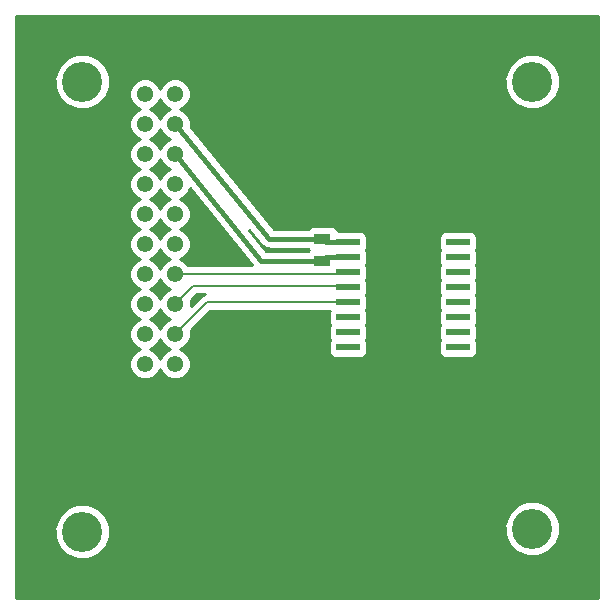
<source format=gtl>
%FSLAX34Y34*%
G04 Gerber Fmt 3.4, Leading zero omitted, Abs format*
G04 (created by PCBNEW (2013-04-01 BZR 4058)-product) date Tue 02 Sep 2014 09:50:09 AM PDT*
%MOIN*%
G01*
G70*
G90*
G04 APERTURE LIST*
%ADD10C,0.005906*%
%ADD11R,0.055000X0.035000*%
%ADD12C,0.054370*%
%ADD13R,0.078740X0.023622*%
%ADD14C,0.133900*%
%ADD15C,0.016000*%
%ADD16C,0.006000*%
%ADD17C,0.010000*%
G04 APERTURE END LIST*
G54D10*
G54D11*
X10500Y-7725D03*
X10500Y-8475D03*
G54D12*
X5600Y-11900D03*
X4600Y-11900D03*
X5600Y-10900D03*
X4600Y-10900D03*
X5600Y-9900D03*
X4600Y-9900D03*
X5600Y-8900D03*
X4600Y-8900D03*
X5600Y-7900D03*
X4600Y-7900D03*
X5600Y-6900D03*
X4600Y-6900D03*
X5600Y-5900D03*
X4600Y-5900D03*
X5600Y-4900D03*
X4600Y-4900D03*
X5600Y-3900D03*
X4600Y-3900D03*
X5600Y-2900D03*
X4600Y-2900D03*
G54D13*
X11369Y-9350D03*
X11369Y-8850D03*
X11369Y-8350D03*
X11369Y-7850D03*
X11369Y-9850D03*
X11369Y-10350D03*
X11369Y-10850D03*
X11369Y-11350D03*
X15030Y-11350D03*
X15030Y-10850D03*
X15030Y-10350D03*
X15030Y-9850D03*
X15030Y-9350D03*
X15030Y-8850D03*
X15030Y-8350D03*
X15030Y-7850D03*
G54D14*
X17500Y-2500D03*
X2500Y-2500D03*
X17500Y-17400D03*
X2500Y-17500D03*
G54D15*
X11369Y-8350D02*
X10625Y-8350D01*
X10500Y-8475D02*
X8475Y-8475D01*
X8475Y-8475D02*
X5600Y-4900D01*
X10625Y-8350D02*
X10500Y-8475D01*
X10625Y-8350D02*
X10500Y-8475D01*
X10500Y-7725D02*
X8725Y-7725D01*
X8725Y-7725D02*
X5600Y-3900D01*
X11369Y-7850D02*
X10625Y-7850D01*
X10625Y-7850D02*
X10500Y-7725D01*
G54D16*
X10500Y-7725D02*
X10525Y-7725D01*
X10525Y-7725D02*
X10650Y-7850D01*
X10625Y-7850D02*
X10500Y-7725D01*
X11369Y-9850D02*
X6650Y-9850D01*
X6650Y-9850D02*
X5600Y-10900D01*
X11319Y-9900D02*
X11369Y-9850D01*
X11319Y-9300D02*
X11369Y-9350D01*
X6200Y-9300D02*
X11319Y-9300D01*
X5600Y-9900D02*
X6200Y-9300D01*
X11319Y-8900D02*
X11369Y-8850D01*
X5600Y-8900D02*
X11319Y-8900D01*
G54D10*
G36*
X5443Y-3400D02*
X5304Y-3457D01*
X5157Y-3604D01*
X5099Y-3743D01*
X5042Y-3604D01*
X4895Y-3457D01*
X4756Y-3399D01*
X4895Y-3342D01*
X5042Y-3195D01*
X5100Y-3056D01*
X5157Y-3195D01*
X5304Y-3342D01*
X5443Y-3400D01*
X5443Y-3400D01*
G37*
G54D17*
X5443Y-3400D02*
X5304Y-3457D01*
X5157Y-3604D01*
X5099Y-3743D01*
X5042Y-3604D01*
X4895Y-3457D01*
X4756Y-3399D01*
X4895Y-3342D01*
X5042Y-3195D01*
X5100Y-3056D01*
X5157Y-3195D01*
X5304Y-3342D01*
X5443Y-3400D01*
G54D10*
G36*
X5443Y-4400D02*
X5304Y-4457D01*
X5157Y-4604D01*
X5099Y-4743D01*
X5042Y-4604D01*
X4895Y-4457D01*
X4756Y-4399D01*
X4895Y-4342D01*
X5042Y-4195D01*
X5100Y-4056D01*
X5157Y-4195D01*
X5304Y-4342D01*
X5443Y-4400D01*
X5443Y-4400D01*
G37*
G54D17*
X5443Y-4400D02*
X5304Y-4457D01*
X5157Y-4604D01*
X5099Y-4743D01*
X5042Y-4604D01*
X4895Y-4457D01*
X4756Y-4399D01*
X4895Y-4342D01*
X5042Y-4195D01*
X5100Y-4056D01*
X5157Y-4195D01*
X5304Y-4342D01*
X5443Y-4400D01*
G54D10*
G36*
X5443Y-5400D02*
X5304Y-5457D01*
X5157Y-5604D01*
X5099Y-5743D01*
X5042Y-5604D01*
X4895Y-5457D01*
X4756Y-5399D01*
X4895Y-5342D01*
X5042Y-5195D01*
X5100Y-5056D01*
X5157Y-5195D01*
X5304Y-5342D01*
X5443Y-5400D01*
X5443Y-5400D01*
G37*
G54D17*
X5443Y-5400D02*
X5304Y-5457D01*
X5157Y-5604D01*
X5099Y-5743D01*
X5042Y-5604D01*
X4895Y-5457D01*
X4756Y-5399D01*
X4895Y-5342D01*
X5042Y-5195D01*
X5100Y-5056D01*
X5157Y-5195D01*
X5304Y-5342D01*
X5443Y-5400D01*
G54D10*
G36*
X5443Y-6400D02*
X5304Y-6457D01*
X5157Y-6604D01*
X5099Y-6743D01*
X5042Y-6604D01*
X4895Y-6457D01*
X4756Y-6399D01*
X4895Y-6342D01*
X5042Y-6195D01*
X5100Y-6056D01*
X5157Y-6195D01*
X5304Y-6342D01*
X5443Y-6400D01*
X5443Y-6400D01*
G37*
G54D17*
X5443Y-6400D02*
X5304Y-6457D01*
X5157Y-6604D01*
X5099Y-6743D01*
X5042Y-6604D01*
X4895Y-6457D01*
X4756Y-6399D01*
X4895Y-6342D01*
X5042Y-6195D01*
X5100Y-6056D01*
X5157Y-6195D01*
X5304Y-6342D01*
X5443Y-6400D01*
G54D10*
G36*
X5443Y-7400D02*
X5304Y-7457D01*
X5157Y-7604D01*
X5099Y-7743D01*
X5042Y-7604D01*
X4895Y-7457D01*
X4756Y-7399D01*
X4895Y-7342D01*
X5042Y-7195D01*
X5100Y-7056D01*
X5157Y-7195D01*
X5304Y-7342D01*
X5443Y-7400D01*
X5443Y-7400D01*
G37*
G54D17*
X5443Y-7400D02*
X5304Y-7457D01*
X5157Y-7604D01*
X5099Y-7743D01*
X5042Y-7604D01*
X4895Y-7457D01*
X4756Y-7399D01*
X4895Y-7342D01*
X5042Y-7195D01*
X5100Y-7056D01*
X5157Y-7195D01*
X5304Y-7342D01*
X5443Y-7400D01*
G54D10*
G36*
X5443Y-8400D02*
X5304Y-8457D01*
X5157Y-8604D01*
X5099Y-8743D01*
X5042Y-8604D01*
X4895Y-8457D01*
X4756Y-8399D01*
X4895Y-8342D01*
X5042Y-8195D01*
X5100Y-8056D01*
X5157Y-8195D01*
X5304Y-8342D01*
X5443Y-8400D01*
X5443Y-8400D01*
G37*
G54D17*
X5443Y-8400D02*
X5304Y-8457D01*
X5157Y-8604D01*
X5099Y-8743D01*
X5042Y-8604D01*
X4895Y-8457D01*
X4756Y-8399D01*
X4895Y-8342D01*
X5042Y-8195D01*
X5100Y-8056D01*
X5157Y-8195D01*
X5304Y-8342D01*
X5443Y-8400D01*
G54D10*
G36*
X5443Y-9400D02*
X5304Y-9457D01*
X5157Y-9604D01*
X5099Y-9743D01*
X5042Y-9604D01*
X4895Y-9457D01*
X4756Y-9399D01*
X4895Y-9342D01*
X5042Y-9195D01*
X5100Y-9056D01*
X5157Y-9195D01*
X5304Y-9342D01*
X5443Y-9400D01*
X5443Y-9400D01*
G37*
G54D17*
X5443Y-9400D02*
X5304Y-9457D01*
X5157Y-9604D01*
X5099Y-9743D01*
X5042Y-9604D01*
X4895Y-9457D01*
X4756Y-9399D01*
X4895Y-9342D01*
X5042Y-9195D01*
X5100Y-9056D01*
X5157Y-9195D01*
X5304Y-9342D01*
X5443Y-9400D01*
G54D10*
G36*
X5443Y-10400D02*
X5304Y-10457D01*
X5157Y-10604D01*
X5099Y-10743D01*
X5042Y-10604D01*
X4895Y-10457D01*
X4756Y-10399D01*
X4895Y-10342D01*
X5042Y-10195D01*
X5100Y-10056D01*
X5157Y-10195D01*
X5304Y-10342D01*
X5443Y-10400D01*
X5443Y-10400D01*
G37*
G54D17*
X5443Y-10400D02*
X5304Y-10457D01*
X5157Y-10604D01*
X5099Y-10743D01*
X5042Y-10604D01*
X4895Y-10457D01*
X4756Y-10399D01*
X4895Y-10342D01*
X5042Y-10195D01*
X5100Y-10056D01*
X5157Y-10195D01*
X5304Y-10342D01*
X5443Y-10400D01*
G54D10*
G36*
X5443Y-11400D02*
X5304Y-11457D01*
X5157Y-11604D01*
X5099Y-11743D01*
X5042Y-11604D01*
X4895Y-11457D01*
X4756Y-11399D01*
X4895Y-11342D01*
X5042Y-11195D01*
X5100Y-11056D01*
X5157Y-11195D01*
X5304Y-11342D01*
X5443Y-11400D01*
X5443Y-11400D01*
G37*
G54D17*
X5443Y-11400D02*
X5304Y-11457D01*
X5157Y-11604D01*
X5099Y-11743D01*
X5042Y-11604D01*
X4895Y-11457D01*
X4756Y-11399D01*
X4895Y-11342D01*
X5042Y-11195D01*
X5100Y-11056D01*
X5157Y-11195D01*
X5304Y-11342D01*
X5443Y-11400D01*
G54D10*
G36*
X6599Y-9580D02*
X6542Y-9591D01*
X6452Y-9652D01*
X6121Y-9982D01*
X6121Y-9796D01*
X6115Y-9780D01*
X6315Y-9580D01*
X6599Y-9580D01*
X6599Y-9580D01*
G37*
G54D17*
X6599Y-9580D02*
X6542Y-9591D01*
X6452Y-9652D01*
X6121Y-9982D01*
X6121Y-9796D01*
X6115Y-9780D01*
X6315Y-9580D01*
X6599Y-9580D01*
G54D10*
G36*
X8168Y-8620D02*
X6048Y-8620D01*
X6042Y-8604D01*
X5895Y-8457D01*
X5756Y-8399D01*
X5895Y-8342D01*
X6042Y-8195D01*
X6121Y-8004D01*
X6121Y-7796D01*
X6042Y-7604D01*
X5895Y-7457D01*
X5756Y-7399D01*
X5895Y-7342D01*
X6042Y-7195D01*
X6121Y-7004D01*
X6121Y-6796D01*
X6042Y-6604D01*
X5895Y-6457D01*
X5756Y-6399D01*
X5895Y-6342D01*
X6042Y-6195D01*
X6102Y-6051D01*
X8168Y-8620D01*
X8168Y-8620D01*
G37*
G54D17*
X8168Y-8620D02*
X6048Y-8620D01*
X6042Y-8604D01*
X5895Y-8457D01*
X5756Y-8399D01*
X5895Y-8342D01*
X6042Y-8195D01*
X6121Y-8004D01*
X6121Y-7796D01*
X6042Y-7604D01*
X5895Y-7457D01*
X5756Y-7399D01*
X5895Y-7342D01*
X6042Y-7195D01*
X6121Y-7004D01*
X6121Y-6796D01*
X6042Y-6604D01*
X5895Y-6457D01*
X5756Y-6399D01*
X5895Y-6342D01*
X6042Y-6195D01*
X6102Y-6051D01*
X8168Y-8620D01*
G54D10*
G36*
X10071Y-8100D02*
X10026Y-8145D01*
X8633Y-8145D01*
X8072Y-7448D01*
X8469Y-7933D01*
X8482Y-7944D01*
X8491Y-7958D01*
X8531Y-7985D01*
X8568Y-8015D01*
X8584Y-8020D01*
X8598Y-8029D01*
X8645Y-8039D01*
X8691Y-8053D01*
X8708Y-8051D01*
X8725Y-8055D01*
X10026Y-8055D01*
X10071Y-8100D01*
X10071Y-8100D01*
G37*
G54D17*
X10071Y-8100D02*
X10026Y-8145D01*
X8633Y-8145D01*
X8072Y-7448D01*
X8469Y-7933D01*
X8482Y-7944D01*
X8491Y-7958D01*
X8531Y-7985D01*
X8568Y-8015D01*
X8584Y-8020D01*
X8598Y-8029D01*
X8645Y-8039D01*
X8691Y-8053D01*
X8708Y-8051D01*
X8725Y-8055D01*
X10026Y-8055D01*
X10071Y-8100D01*
G54D10*
G36*
X19700Y-19700D02*
X18421Y-19700D01*
X18421Y-17569D01*
X18421Y-2669D01*
X18419Y-2493D01*
X18419Y-2317D01*
X18416Y-2311D01*
X18416Y-2304D01*
X18286Y-1990D01*
X18283Y-1988D01*
X18279Y-1979D01*
X18021Y-1720D01*
X18011Y-1716D01*
X18009Y-1713D01*
X17846Y-1648D01*
X17683Y-1580D01*
X17676Y-1580D01*
X17669Y-1578D01*
X17493Y-1580D01*
X17317Y-1580D01*
X17311Y-1583D01*
X17304Y-1583D01*
X16990Y-1713D01*
X16988Y-1716D01*
X16979Y-1720D01*
X16720Y-1978D01*
X16716Y-1988D01*
X16713Y-1990D01*
X16648Y-2153D01*
X16580Y-2316D01*
X16580Y-2323D01*
X16578Y-2330D01*
X16580Y-2506D01*
X16580Y-2682D01*
X16583Y-2688D01*
X16583Y-2695D01*
X16713Y-3009D01*
X16716Y-3011D01*
X16720Y-3020D01*
X16978Y-3279D01*
X16988Y-3283D01*
X16990Y-3286D01*
X17153Y-3351D01*
X17316Y-3419D01*
X17323Y-3419D01*
X17330Y-3421D01*
X17506Y-3419D01*
X17682Y-3419D01*
X17688Y-3416D01*
X17695Y-3416D01*
X18009Y-3286D01*
X18011Y-3283D01*
X18020Y-3279D01*
X18279Y-3021D01*
X18283Y-3011D01*
X18286Y-3009D01*
X18351Y-2846D01*
X18419Y-2683D01*
X18419Y-2676D01*
X18421Y-2669D01*
X18421Y-17569D01*
X18419Y-17393D01*
X18419Y-17217D01*
X18416Y-17211D01*
X18416Y-17204D01*
X18286Y-16890D01*
X18283Y-16888D01*
X18279Y-16879D01*
X18021Y-16620D01*
X18011Y-16616D01*
X18009Y-16613D01*
X17846Y-16548D01*
X17683Y-16480D01*
X17676Y-16480D01*
X17669Y-16478D01*
X17493Y-16480D01*
X17317Y-16480D01*
X17311Y-16483D01*
X17304Y-16483D01*
X16990Y-16613D01*
X16988Y-16616D01*
X16979Y-16620D01*
X16720Y-16878D01*
X16716Y-16888D01*
X16713Y-16890D01*
X16648Y-17053D01*
X16580Y-17216D01*
X16580Y-17223D01*
X16578Y-17230D01*
X16580Y-17406D01*
X16580Y-17582D01*
X16583Y-17588D01*
X16583Y-17595D01*
X16713Y-17909D01*
X16716Y-17911D01*
X16720Y-17920D01*
X16978Y-18179D01*
X16988Y-18183D01*
X16990Y-18186D01*
X17153Y-18251D01*
X17316Y-18319D01*
X17323Y-18319D01*
X17330Y-18321D01*
X17506Y-18319D01*
X17682Y-18319D01*
X17688Y-18316D01*
X17695Y-18316D01*
X18009Y-18186D01*
X18011Y-18183D01*
X18020Y-18179D01*
X18279Y-17921D01*
X18283Y-17911D01*
X18286Y-17909D01*
X18351Y-17746D01*
X18419Y-17583D01*
X18419Y-17576D01*
X18421Y-17569D01*
X18421Y-19700D01*
X15674Y-19700D01*
X15674Y-11517D01*
X15674Y-11418D01*
X15674Y-11182D01*
X15640Y-11100D01*
X15674Y-11017D01*
X15674Y-10918D01*
X15674Y-10682D01*
X15640Y-10600D01*
X15674Y-10517D01*
X15674Y-10418D01*
X15674Y-10182D01*
X15640Y-10100D01*
X15674Y-10017D01*
X15674Y-9918D01*
X15674Y-9682D01*
X15640Y-9600D01*
X15674Y-9517D01*
X15674Y-9418D01*
X15674Y-9182D01*
X15640Y-9100D01*
X15674Y-9017D01*
X15674Y-8918D01*
X15674Y-8682D01*
X15640Y-8600D01*
X15674Y-8517D01*
X15674Y-8418D01*
X15674Y-8182D01*
X15640Y-8100D01*
X15674Y-8017D01*
X15674Y-7918D01*
X15674Y-7682D01*
X15636Y-7590D01*
X15566Y-7519D01*
X15474Y-7481D01*
X15374Y-7481D01*
X14587Y-7481D01*
X14495Y-7519D01*
X14425Y-7590D01*
X14387Y-7682D01*
X14387Y-7781D01*
X14387Y-8017D01*
X14421Y-8099D01*
X14387Y-8182D01*
X14387Y-8281D01*
X14387Y-8517D01*
X14421Y-8599D01*
X14387Y-8682D01*
X14387Y-8781D01*
X14387Y-9017D01*
X14421Y-9099D01*
X14387Y-9182D01*
X14387Y-9281D01*
X14387Y-9517D01*
X14421Y-9599D01*
X14387Y-9682D01*
X14387Y-9781D01*
X14387Y-10017D01*
X14421Y-10099D01*
X14387Y-10182D01*
X14387Y-10281D01*
X14387Y-10517D01*
X14421Y-10599D01*
X14387Y-10682D01*
X14387Y-10781D01*
X14387Y-11017D01*
X14421Y-11099D01*
X14387Y-11182D01*
X14387Y-11281D01*
X14387Y-11517D01*
X14425Y-11609D01*
X14495Y-11680D01*
X14587Y-11718D01*
X14686Y-11718D01*
X15474Y-11718D01*
X15566Y-11680D01*
X15636Y-11609D01*
X15674Y-11517D01*
X15674Y-19700D01*
X12012Y-19700D01*
X12012Y-11517D01*
X12012Y-11418D01*
X12012Y-11182D01*
X11978Y-11100D01*
X12012Y-11017D01*
X12012Y-10918D01*
X12012Y-10682D01*
X11978Y-10600D01*
X12012Y-10517D01*
X12012Y-10418D01*
X12012Y-10182D01*
X11978Y-10100D01*
X12012Y-10017D01*
X12012Y-9918D01*
X12012Y-9682D01*
X11978Y-9600D01*
X12012Y-9517D01*
X12012Y-9418D01*
X12012Y-9182D01*
X11978Y-9100D01*
X12012Y-9017D01*
X12012Y-8918D01*
X12012Y-8682D01*
X11978Y-8600D01*
X12012Y-8517D01*
X12012Y-8418D01*
X12012Y-8182D01*
X11978Y-8100D01*
X12012Y-8017D01*
X12012Y-7918D01*
X12012Y-7682D01*
X11974Y-7590D01*
X11904Y-7519D01*
X11812Y-7481D01*
X11713Y-7481D01*
X11017Y-7481D01*
X10986Y-7408D01*
X10916Y-7338D01*
X10824Y-7300D01*
X10725Y-7300D01*
X10175Y-7300D01*
X10083Y-7338D01*
X10026Y-7395D01*
X8881Y-7395D01*
X6118Y-4012D01*
X6121Y-4004D01*
X6121Y-3796D01*
X6042Y-3604D01*
X5895Y-3457D01*
X5756Y-3399D01*
X5895Y-3342D01*
X6042Y-3195D01*
X6121Y-3004D01*
X6121Y-2796D01*
X6042Y-2604D01*
X5895Y-2457D01*
X5704Y-2378D01*
X5496Y-2378D01*
X5304Y-2457D01*
X5157Y-2604D01*
X5099Y-2743D01*
X5042Y-2604D01*
X4895Y-2457D01*
X4704Y-2378D01*
X4496Y-2378D01*
X4304Y-2457D01*
X4157Y-2604D01*
X4078Y-2795D01*
X4078Y-3003D01*
X4157Y-3195D01*
X4304Y-3342D01*
X4443Y-3400D01*
X4304Y-3457D01*
X4157Y-3604D01*
X4078Y-3795D01*
X4078Y-4003D01*
X4157Y-4195D01*
X4304Y-4342D01*
X4443Y-4400D01*
X4304Y-4457D01*
X4157Y-4604D01*
X4078Y-4795D01*
X4078Y-5003D01*
X4157Y-5195D01*
X4304Y-5342D01*
X4443Y-5400D01*
X4304Y-5457D01*
X4157Y-5604D01*
X4078Y-5795D01*
X4078Y-6003D01*
X4157Y-6195D01*
X4304Y-6342D01*
X4443Y-6400D01*
X4304Y-6457D01*
X4157Y-6604D01*
X4078Y-6795D01*
X4078Y-7003D01*
X4157Y-7195D01*
X4304Y-7342D01*
X4443Y-7400D01*
X4304Y-7457D01*
X4157Y-7604D01*
X4078Y-7795D01*
X4078Y-8003D01*
X4157Y-8195D01*
X4304Y-8342D01*
X4443Y-8400D01*
X4304Y-8457D01*
X4157Y-8604D01*
X4078Y-8795D01*
X4078Y-9003D01*
X4157Y-9195D01*
X4304Y-9342D01*
X4443Y-9400D01*
X4304Y-9457D01*
X4157Y-9604D01*
X4078Y-9795D01*
X4078Y-10003D01*
X4157Y-10195D01*
X4304Y-10342D01*
X4443Y-10400D01*
X4304Y-10457D01*
X4157Y-10604D01*
X4078Y-10795D01*
X4078Y-11003D01*
X4157Y-11195D01*
X4304Y-11342D01*
X4443Y-11400D01*
X4304Y-11457D01*
X4157Y-11604D01*
X4078Y-11795D01*
X4078Y-12003D01*
X4157Y-12195D01*
X4304Y-12342D01*
X4495Y-12421D01*
X4703Y-12421D01*
X4895Y-12342D01*
X5042Y-12195D01*
X5100Y-12056D01*
X5157Y-12195D01*
X5304Y-12342D01*
X5495Y-12421D01*
X5703Y-12421D01*
X5895Y-12342D01*
X6042Y-12195D01*
X6121Y-12004D01*
X6121Y-11796D01*
X6042Y-11604D01*
X5895Y-11457D01*
X5756Y-11399D01*
X5895Y-11342D01*
X6042Y-11195D01*
X6121Y-11004D01*
X6121Y-10796D01*
X6115Y-10780D01*
X6765Y-10130D01*
X10747Y-10130D01*
X10725Y-10182D01*
X10725Y-10281D01*
X10725Y-10517D01*
X10759Y-10599D01*
X10725Y-10682D01*
X10725Y-10781D01*
X10725Y-11017D01*
X10759Y-11099D01*
X10725Y-11182D01*
X10725Y-11281D01*
X10725Y-11517D01*
X10763Y-11609D01*
X10833Y-11680D01*
X10925Y-11718D01*
X11025Y-11718D01*
X11812Y-11718D01*
X11904Y-11680D01*
X11974Y-11609D01*
X12012Y-11517D01*
X12012Y-19700D01*
X3421Y-19700D01*
X3421Y-17669D01*
X3421Y-2669D01*
X3419Y-2493D01*
X3419Y-2317D01*
X3416Y-2311D01*
X3416Y-2304D01*
X3286Y-1990D01*
X3283Y-1988D01*
X3279Y-1979D01*
X3021Y-1720D01*
X3011Y-1716D01*
X3009Y-1713D01*
X2846Y-1648D01*
X2683Y-1580D01*
X2676Y-1580D01*
X2669Y-1578D01*
X2493Y-1580D01*
X2317Y-1580D01*
X2311Y-1583D01*
X2304Y-1583D01*
X1990Y-1713D01*
X1988Y-1716D01*
X1979Y-1720D01*
X1720Y-1978D01*
X1716Y-1988D01*
X1713Y-1990D01*
X1648Y-2153D01*
X1580Y-2316D01*
X1580Y-2323D01*
X1578Y-2330D01*
X1580Y-2506D01*
X1580Y-2682D01*
X1583Y-2688D01*
X1583Y-2695D01*
X1713Y-3009D01*
X1716Y-3011D01*
X1720Y-3020D01*
X1978Y-3279D01*
X1988Y-3283D01*
X1990Y-3286D01*
X2153Y-3351D01*
X2316Y-3419D01*
X2323Y-3419D01*
X2330Y-3421D01*
X2506Y-3419D01*
X2682Y-3419D01*
X2688Y-3416D01*
X2695Y-3416D01*
X3009Y-3286D01*
X3011Y-3283D01*
X3020Y-3279D01*
X3279Y-3021D01*
X3283Y-3011D01*
X3286Y-3009D01*
X3351Y-2846D01*
X3419Y-2683D01*
X3419Y-2676D01*
X3421Y-2669D01*
X3421Y-17669D01*
X3419Y-17493D01*
X3419Y-17317D01*
X3416Y-17311D01*
X3416Y-17304D01*
X3286Y-16990D01*
X3283Y-16988D01*
X3279Y-16979D01*
X3021Y-16720D01*
X3011Y-16716D01*
X3009Y-16713D01*
X2846Y-16648D01*
X2683Y-16580D01*
X2676Y-16580D01*
X2669Y-16578D01*
X2493Y-16580D01*
X2317Y-16580D01*
X2311Y-16583D01*
X2304Y-16583D01*
X1990Y-16713D01*
X1988Y-16716D01*
X1979Y-16720D01*
X1720Y-16978D01*
X1716Y-16988D01*
X1713Y-16990D01*
X1648Y-17153D01*
X1580Y-17316D01*
X1580Y-17323D01*
X1578Y-17330D01*
X1580Y-17506D01*
X1580Y-17682D01*
X1583Y-17688D01*
X1583Y-17695D01*
X1713Y-18009D01*
X1716Y-18011D01*
X1720Y-18020D01*
X1978Y-18279D01*
X1988Y-18283D01*
X1990Y-18286D01*
X2153Y-18351D01*
X2316Y-18419D01*
X2323Y-18419D01*
X2330Y-18421D01*
X2506Y-18419D01*
X2682Y-18419D01*
X2688Y-18416D01*
X2695Y-18416D01*
X3009Y-18286D01*
X3011Y-18283D01*
X3020Y-18279D01*
X3279Y-18021D01*
X3283Y-18011D01*
X3286Y-18009D01*
X3351Y-17846D01*
X3419Y-17683D01*
X3419Y-17676D01*
X3421Y-17669D01*
X3421Y-19700D01*
X300Y-19700D01*
X300Y-300D01*
X19700Y-300D01*
X19700Y-19700D01*
X19700Y-19700D01*
G37*
G54D17*
X19700Y-19700D02*
X18421Y-19700D01*
X18421Y-17569D01*
X18421Y-2669D01*
X18419Y-2493D01*
X18419Y-2317D01*
X18416Y-2311D01*
X18416Y-2304D01*
X18286Y-1990D01*
X18283Y-1988D01*
X18279Y-1979D01*
X18021Y-1720D01*
X18011Y-1716D01*
X18009Y-1713D01*
X17846Y-1648D01*
X17683Y-1580D01*
X17676Y-1580D01*
X17669Y-1578D01*
X17493Y-1580D01*
X17317Y-1580D01*
X17311Y-1583D01*
X17304Y-1583D01*
X16990Y-1713D01*
X16988Y-1716D01*
X16979Y-1720D01*
X16720Y-1978D01*
X16716Y-1988D01*
X16713Y-1990D01*
X16648Y-2153D01*
X16580Y-2316D01*
X16580Y-2323D01*
X16578Y-2330D01*
X16580Y-2506D01*
X16580Y-2682D01*
X16583Y-2688D01*
X16583Y-2695D01*
X16713Y-3009D01*
X16716Y-3011D01*
X16720Y-3020D01*
X16978Y-3279D01*
X16988Y-3283D01*
X16990Y-3286D01*
X17153Y-3351D01*
X17316Y-3419D01*
X17323Y-3419D01*
X17330Y-3421D01*
X17506Y-3419D01*
X17682Y-3419D01*
X17688Y-3416D01*
X17695Y-3416D01*
X18009Y-3286D01*
X18011Y-3283D01*
X18020Y-3279D01*
X18279Y-3021D01*
X18283Y-3011D01*
X18286Y-3009D01*
X18351Y-2846D01*
X18419Y-2683D01*
X18419Y-2676D01*
X18421Y-2669D01*
X18421Y-17569D01*
X18419Y-17393D01*
X18419Y-17217D01*
X18416Y-17211D01*
X18416Y-17204D01*
X18286Y-16890D01*
X18283Y-16888D01*
X18279Y-16879D01*
X18021Y-16620D01*
X18011Y-16616D01*
X18009Y-16613D01*
X17846Y-16548D01*
X17683Y-16480D01*
X17676Y-16480D01*
X17669Y-16478D01*
X17493Y-16480D01*
X17317Y-16480D01*
X17311Y-16483D01*
X17304Y-16483D01*
X16990Y-16613D01*
X16988Y-16616D01*
X16979Y-16620D01*
X16720Y-16878D01*
X16716Y-16888D01*
X16713Y-16890D01*
X16648Y-17053D01*
X16580Y-17216D01*
X16580Y-17223D01*
X16578Y-17230D01*
X16580Y-17406D01*
X16580Y-17582D01*
X16583Y-17588D01*
X16583Y-17595D01*
X16713Y-17909D01*
X16716Y-17911D01*
X16720Y-17920D01*
X16978Y-18179D01*
X16988Y-18183D01*
X16990Y-18186D01*
X17153Y-18251D01*
X17316Y-18319D01*
X17323Y-18319D01*
X17330Y-18321D01*
X17506Y-18319D01*
X17682Y-18319D01*
X17688Y-18316D01*
X17695Y-18316D01*
X18009Y-18186D01*
X18011Y-18183D01*
X18020Y-18179D01*
X18279Y-17921D01*
X18283Y-17911D01*
X18286Y-17909D01*
X18351Y-17746D01*
X18419Y-17583D01*
X18419Y-17576D01*
X18421Y-17569D01*
X18421Y-19700D01*
X15674Y-19700D01*
X15674Y-11517D01*
X15674Y-11418D01*
X15674Y-11182D01*
X15640Y-11100D01*
X15674Y-11017D01*
X15674Y-10918D01*
X15674Y-10682D01*
X15640Y-10600D01*
X15674Y-10517D01*
X15674Y-10418D01*
X15674Y-10182D01*
X15640Y-10100D01*
X15674Y-10017D01*
X15674Y-9918D01*
X15674Y-9682D01*
X15640Y-9600D01*
X15674Y-9517D01*
X15674Y-9418D01*
X15674Y-9182D01*
X15640Y-9100D01*
X15674Y-9017D01*
X15674Y-8918D01*
X15674Y-8682D01*
X15640Y-8600D01*
X15674Y-8517D01*
X15674Y-8418D01*
X15674Y-8182D01*
X15640Y-8100D01*
X15674Y-8017D01*
X15674Y-7918D01*
X15674Y-7682D01*
X15636Y-7590D01*
X15566Y-7519D01*
X15474Y-7481D01*
X15374Y-7481D01*
X14587Y-7481D01*
X14495Y-7519D01*
X14425Y-7590D01*
X14387Y-7682D01*
X14387Y-7781D01*
X14387Y-8017D01*
X14421Y-8099D01*
X14387Y-8182D01*
X14387Y-8281D01*
X14387Y-8517D01*
X14421Y-8599D01*
X14387Y-8682D01*
X14387Y-8781D01*
X14387Y-9017D01*
X14421Y-9099D01*
X14387Y-9182D01*
X14387Y-9281D01*
X14387Y-9517D01*
X14421Y-9599D01*
X14387Y-9682D01*
X14387Y-9781D01*
X14387Y-10017D01*
X14421Y-10099D01*
X14387Y-10182D01*
X14387Y-10281D01*
X14387Y-10517D01*
X14421Y-10599D01*
X14387Y-10682D01*
X14387Y-10781D01*
X14387Y-11017D01*
X14421Y-11099D01*
X14387Y-11182D01*
X14387Y-11281D01*
X14387Y-11517D01*
X14425Y-11609D01*
X14495Y-11680D01*
X14587Y-11718D01*
X14686Y-11718D01*
X15474Y-11718D01*
X15566Y-11680D01*
X15636Y-11609D01*
X15674Y-11517D01*
X15674Y-19700D01*
X12012Y-19700D01*
X12012Y-11517D01*
X12012Y-11418D01*
X12012Y-11182D01*
X11978Y-11100D01*
X12012Y-11017D01*
X12012Y-10918D01*
X12012Y-10682D01*
X11978Y-10600D01*
X12012Y-10517D01*
X12012Y-10418D01*
X12012Y-10182D01*
X11978Y-10100D01*
X12012Y-10017D01*
X12012Y-9918D01*
X12012Y-9682D01*
X11978Y-9600D01*
X12012Y-9517D01*
X12012Y-9418D01*
X12012Y-9182D01*
X11978Y-9100D01*
X12012Y-9017D01*
X12012Y-8918D01*
X12012Y-8682D01*
X11978Y-8600D01*
X12012Y-8517D01*
X12012Y-8418D01*
X12012Y-8182D01*
X11978Y-8100D01*
X12012Y-8017D01*
X12012Y-7918D01*
X12012Y-7682D01*
X11974Y-7590D01*
X11904Y-7519D01*
X11812Y-7481D01*
X11713Y-7481D01*
X11017Y-7481D01*
X10986Y-7408D01*
X10916Y-7338D01*
X10824Y-7300D01*
X10725Y-7300D01*
X10175Y-7300D01*
X10083Y-7338D01*
X10026Y-7395D01*
X8881Y-7395D01*
X6118Y-4012D01*
X6121Y-4004D01*
X6121Y-3796D01*
X6042Y-3604D01*
X5895Y-3457D01*
X5756Y-3399D01*
X5895Y-3342D01*
X6042Y-3195D01*
X6121Y-3004D01*
X6121Y-2796D01*
X6042Y-2604D01*
X5895Y-2457D01*
X5704Y-2378D01*
X5496Y-2378D01*
X5304Y-2457D01*
X5157Y-2604D01*
X5099Y-2743D01*
X5042Y-2604D01*
X4895Y-2457D01*
X4704Y-2378D01*
X4496Y-2378D01*
X4304Y-2457D01*
X4157Y-2604D01*
X4078Y-2795D01*
X4078Y-3003D01*
X4157Y-3195D01*
X4304Y-3342D01*
X4443Y-3400D01*
X4304Y-3457D01*
X4157Y-3604D01*
X4078Y-3795D01*
X4078Y-4003D01*
X4157Y-4195D01*
X4304Y-4342D01*
X4443Y-4400D01*
X4304Y-4457D01*
X4157Y-4604D01*
X4078Y-4795D01*
X4078Y-5003D01*
X4157Y-5195D01*
X4304Y-5342D01*
X4443Y-5400D01*
X4304Y-5457D01*
X4157Y-5604D01*
X4078Y-5795D01*
X4078Y-6003D01*
X4157Y-6195D01*
X4304Y-6342D01*
X4443Y-6400D01*
X4304Y-6457D01*
X4157Y-6604D01*
X4078Y-6795D01*
X4078Y-7003D01*
X4157Y-7195D01*
X4304Y-7342D01*
X4443Y-7400D01*
X4304Y-7457D01*
X4157Y-7604D01*
X4078Y-7795D01*
X4078Y-8003D01*
X4157Y-8195D01*
X4304Y-8342D01*
X4443Y-8400D01*
X4304Y-8457D01*
X4157Y-8604D01*
X4078Y-8795D01*
X4078Y-9003D01*
X4157Y-9195D01*
X4304Y-9342D01*
X4443Y-9400D01*
X4304Y-9457D01*
X4157Y-9604D01*
X4078Y-9795D01*
X4078Y-10003D01*
X4157Y-10195D01*
X4304Y-10342D01*
X4443Y-10400D01*
X4304Y-10457D01*
X4157Y-10604D01*
X4078Y-10795D01*
X4078Y-11003D01*
X4157Y-11195D01*
X4304Y-11342D01*
X4443Y-11400D01*
X4304Y-11457D01*
X4157Y-11604D01*
X4078Y-11795D01*
X4078Y-12003D01*
X4157Y-12195D01*
X4304Y-12342D01*
X4495Y-12421D01*
X4703Y-12421D01*
X4895Y-12342D01*
X5042Y-12195D01*
X5100Y-12056D01*
X5157Y-12195D01*
X5304Y-12342D01*
X5495Y-12421D01*
X5703Y-12421D01*
X5895Y-12342D01*
X6042Y-12195D01*
X6121Y-12004D01*
X6121Y-11796D01*
X6042Y-11604D01*
X5895Y-11457D01*
X5756Y-11399D01*
X5895Y-11342D01*
X6042Y-11195D01*
X6121Y-11004D01*
X6121Y-10796D01*
X6115Y-10780D01*
X6765Y-10130D01*
X10747Y-10130D01*
X10725Y-10182D01*
X10725Y-10281D01*
X10725Y-10517D01*
X10759Y-10599D01*
X10725Y-10682D01*
X10725Y-10781D01*
X10725Y-11017D01*
X10759Y-11099D01*
X10725Y-11182D01*
X10725Y-11281D01*
X10725Y-11517D01*
X10763Y-11609D01*
X10833Y-11680D01*
X10925Y-11718D01*
X11025Y-11718D01*
X11812Y-11718D01*
X11904Y-11680D01*
X11974Y-11609D01*
X12012Y-11517D01*
X12012Y-19700D01*
X3421Y-19700D01*
X3421Y-17669D01*
X3421Y-2669D01*
X3419Y-2493D01*
X3419Y-2317D01*
X3416Y-2311D01*
X3416Y-2304D01*
X3286Y-1990D01*
X3283Y-1988D01*
X3279Y-1979D01*
X3021Y-1720D01*
X3011Y-1716D01*
X3009Y-1713D01*
X2846Y-1648D01*
X2683Y-1580D01*
X2676Y-1580D01*
X2669Y-1578D01*
X2493Y-1580D01*
X2317Y-1580D01*
X2311Y-1583D01*
X2304Y-1583D01*
X1990Y-1713D01*
X1988Y-1716D01*
X1979Y-1720D01*
X1720Y-1978D01*
X1716Y-1988D01*
X1713Y-1990D01*
X1648Y-2153D01*
X1580Y-2316D01*
X1580Y-2323D01*
X1578Y-2330D01*
X1580Y-2506D01*
X1580Y-2682D01*
X1583Y-2688D01*
X1583Y-2695D01*
X1713Y-3009D01*
X1716Y-3011D01*
X1720Y-3020D01*
X1978Y-3279D01*
X1988Y-3283D01*
X1990Y-3286D01*
X2153Y-3351D01*
X2316Y-3419D01*
X2323Y-3419D01*
X2330Y-3421D01*
X2506Y-3419D01*
X2682Y-3419D01*
X2688Y-3416D01*
X2695Y-3416D01*
X3009Y-3286D01*
X3011Y-3283D01*
X3020Y-3279D01*
X3279Y-3021D01*
X3283Y-3011D01*
X3286Y-3009D01*
X3351Y-2846D01*
X3419Y-2683D01*
X3419Y-2676D01*
X3421Y-2669D01*
X3421Y-17669D01*
X3419Y-17493D01*
X3419Y-17317D01*
X3416Y-17311D01*
X3416Y-17304D01*
X3286Y-16990D01*
X3283Y-16988D01*
X3279Y-16979D01*
X3021Y-16720D01*
X3011Y-16716D01*
X3009Y-16713D01*
X2846Y-16648D01*
X2683Y-16580D01*
X2676Y-16580D01*
X2669Y-16578D01*
X2493Y-16580D01*
X2317Y-16580D01*
X2311Y-16583D01*
X2304Y-16583D01*
X1990Y-16713D01*
X1988Y-16716D01*
X1979Y-16720D01*
X1720Y-16978D01*
X1716Y-16988D01*
X1713Y-16990D01*
X1648Y-17153D01*
X1580Y-17316D01*
X1580Y-17323D01*
X1578Y-17330D01*
X1580Y-17506D01*
X1580Y-17682D01*
X1583Y-17688D01*
X1583Y-17695D01*
X1713Y-18009D01*
X1716Y-18011D01*
X1720Y-18020D01*
X1978Y-18279D01*
X1988Y-18283D01*
X1990Y-18286D01*
X2153Y-18351D01*
X2316Y-18419D01*
X2323Y-18419D01*
X2330Y-18421D01*
X2506Y-18419D01*
X2682Y-18419D01*
X2688Y-18416D01*
X2695Y-18416D01*
X3009Y-18286D01*
X3011Y-18283D01*
X3020Y-18279D01*
X3279Y-18021D01*
X3283Y-18011D01*
X3286Y-18009D01*
X3351Y-17846D01*
X3419Y-17683D01*
X3419Y-17676D01*
X3421Y-17669D01*
X3421Y-19700D01*
X300Y-19700D01*
X300Y-300D01*
X19700Y-300D01*
X19700Y-19700D01*
M02*

</source>
